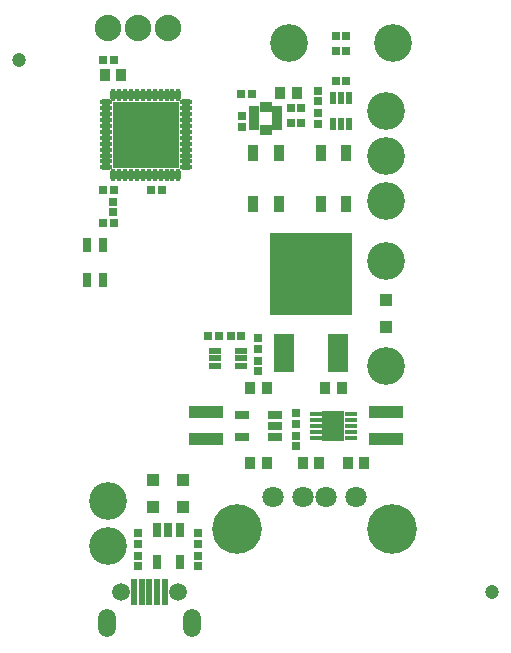
<source format=gts>
G04*
G04 #@! TF.GenerationSoftware,Altium Limited,CircuitStudio,1.5.2 (30)*
G04*
G04 Layer_Color=2238352*
%FSLAX25Y25*%
%MOIN*%
G70*
G01*
G75*
%ADD42C,0.02400*%
%ADD53R,0.03359X0.05524*%
%ADD54R,0.03556X0.04343*%
%ADD55R,0.02572X0.02965*%
%ADD56R,0.02965X0.02572*%
%ADD57R,0.04343X0.03950*%
%ADD58R,0.11430X0.03950*%
%ADD59R,0.27178X0.27178*%
%ADD60R,0.07099X0.12611*%
%ADD61O,0.01784X0.04343*%
%ADD62O,0.04343X0.01784*%
%ADD63R,0.22060X0.22060*%
%ADD64R,0.04147X0.02178*%
%ADD65R,0.02178X0.04147*%
%ADD66R,0.03162X0.04737*%
%ADD67R,0.04737X0.03162*%
%ADD68R,0.07296X0.10249*%
%ADD69R,0.04343X0.01784*%
%ADD70R,0.03162X0.04737*%
%ADD71R,0.03300X0.02150*%
%ADD72R,0.02150X0.03300*%
%ADD73R,0.02375X0.08674*%
%ADD74C,0.12611*%
%ADD75C,0.08832*%
%ADD76C,0.16548*%
%ADD77C,0.07099*%
%ADD78C,0.03200*%
%ADD79O,0.05918X0.09461*%
%ADD80C,0.05918*%
%ADD81C,0.04737*%
D42*
X15000Y179500D02*
D03*
D53*
X66732Y165965D02*
D03*
Y149035D02*
D03*
X58268D02*
D03*
Y165965D02*
D03*
X80768Y149035D02*
D03*
Y165965D02*
D03*
X89232D02*
D03*
Y149035D02*
D03*
D54*
X14256Y192000D02*
D03*
X8744D02*
D03*
X72756Y186000D02*
D03*
X67244D02*
D03*
X57244Y62500D02*
D03*
X62756D02*
D03*
X62756Y87500D02*
D03*
X57244D02*
D03*
X82244Y87500D02*
D03*
X87756D02*
D03*
X74744Y62500D02*
D03*
X80256D02*
D03*
X95256Y62500D02*
D03*
X89744D02*
D03*
D55*
X11772Y197000D02*
D03*
X8228D02*
D03*
X8228Y142500D02*
D03*
X11772D02*
D03*
X8228Y153500D02*
D03*
X11772D02*
D03*
X74272Y181000D02*
D03*
X70728D02*
D03*
X74272Y176000D02*
D03*
X70728D02*
D03*
X89272Y200000D02*
D03*
X85728D02*
D03*
X50728Y105000D02*
D03*
X54272D02*
D03*
X46772D02*
D03*
X43228D02*
D03*
X27772Y153500D02*
D03*
X24228D02*
D03*
X54228Y185500D02*
D03*
X57772D02*
D03*
X85728Y205000D02*
D03*
X89272D02*
D03*
X89272Y190000D02*
D03*
X85728D02*
D03*
D56*
X80000Y183228D02*
D03*
Y186772D02*
D03*
Y179272D02*
D03*
Y175728D02*
D03*
X72500Y68228D02*
D03*
Y71772D02*
D03*
X11500Y146228D02*
D03*
Y149772D02*
D03*
X54500Y174728D02*
D03*
Y178272D02*
D03*
X60000Y104272D02*
D03*
Y100728D02*
D03*
Y93228D02*
D03*
Y96772D02*
D03*
X40000Y39272D02*
D03*
Y35728D02*
D03*
Y31772D02*
D03*
Y28228D02*
D03*
X72500Y75728D02*
D03*
Y79272D02*
D03*
X20000Y31772D02*
D03*
Y28228D02*
D03*
Y35728D02*
D03*
Y39272D02*
D03*
D57*
X102500Y107972D02*
D03*
Y117028D02*
D03*
X35000Y57028D02*
D03*
Y47972D02*
D03*
X25000Y57028D02*
D03*
Y47972D02*
D03*
D58*
X42500Y79528D02*
D03*
Y70472D02*
D03*
X102500D02*
D03*
Y79528D02*
D03*
D59*
X77500Y125591D02*
D03*
D60*
X86555Y99410D02*
D03*
X68445D02*
D03*
D61*
X11673Y158614D02*
D03*
X13642D02*
D03*
X15610D02*
D03*
X17579D02*
D03*
X19547D02*
D03*
X21516D02*
D03*
X23484D02*
D03*
X25453D02*
D03*
X27421D02*
D03*
X29390D02*
D03*
X31358D02*
D03*
X33327D02*
D03*
Y185386D02*
D03*
X31358D02*
D03*
X29390D02*
D03*
X27421D02*
D03*
X25453D02*
D03*
X23484D02*
D03*
X21516D02*
D03*
X19547D02*
D03*
X17579D02*
D03*
X15610D02*
D03*
X13642D02*
D03*
X11673D02*
D03*
D62*
X35886Y161173D02*
D03*
Y163142D02*
D03*
Y165110D02*
D03*
Y167079D02*
D03*
Y169047D02*
D03*
Y171016D02*
D03*
Y172984D02*
D03*
Y174953D02*
D03*
Y176921D02*
D03*
Y178890D02*
D03*
Y180858D02*
D03*
Y182827D02*
D03*
X9114D02*
D03*
Y180858D02*
D03*
Y178890D02*
D03*
Y176921D02*
D03*
Y174953D02*
D03*
Y172984D02*
D03*
Y171016D02*
D03*
Y169047D02*
D03*
Y167079D02*
D03*
Y165110D02*
D03*
Y163142D02*
D03*
Y161173D02*
D03*
D63*
X22500Y172000D02*
D03*
D64*
X45669Y100059D02*
D03*
Y97500D02*
D03*
Y94941D02*
D03*
X54331Y100059D02*
D03*
Y97500D02*
D03*
Y94941D02*
D03*
D65*
X84941Y175669D02*
D03*
X87500D02*
D03*
X90059D02*
D03*
X84941Y184331D02*
D03*
X87500D02*
D03*
X90059D02*
D03*
D66*
X33740Y29587D02*
D03*
X26260D02*
D03*
Y40413D02*
D03*
X30000D02*
D03*
X33740D02*
D03*
D67*
X54587Y71260D02*
D03*
Y78740D02*
D03*
X65413D02*
D03*
Y75000D02*
D03*
Y71260D02*
D03*
D68*
X85000Y75000D02*
D03*
D69*
X79094Y78937D02*
D03*
Y76968D02*
D03*
Y75000D02*
D03*
Y73032D02*
D03*
Y71063D02*
D03*
X90905Y78937D02*
D03*
Y76968D02*
D03*
Y75000D02*
D03*
Y73032D02*
D03*
Y71063D02*
D03*
D70*
X8059Y135406D02*
D03*
Y123594D02*
D03*
X2941D02*
D03*
Y135406D02*
D03*
D71*
X58700Y180453D02*
D03*
Y178484D02*
D03*
Y176516D02*
D03*
Y174547D02*
D03*
X66300D02*
D03*
Y176516D02*
D03*
Y178484D02*
D03*
Y180453D02*
D03*
D72*
X61516Y173700D02*
D03*
X63484D02*
D03*
Y181300D02*
D03*
X61516D02*
D03*
D73*
X18504Y19685D02*
D03*
X21063D02*
D03*
X23622D02*
D03*
X26181D02*
D03*
X28740D02*
D03*
D74*
X10000Y35000D02*
D03*
Y50000D02*
D03*
X102500Y95000D02*
D03*
Y130000D02*
D03*
Y150000D02*
D03*
Y165000D02*
D03*
Y180000D02*
D03*
X70177Y202500D02*
D03*
X104823D02*
D03*
D75*
X30000Y207500D02*
D03*
X20000D02*
D03*
X10000D02*
D03*
D76*
X104606Y40512D02*
D03*
X52874D02*
D03*
D77*
X92520Y51181D02*
D03*
X82677D02*
D03*
X74803D02*
D03*
X64961D02*
D03*
D78*
X22500Y172000D02*
D03*
Y164500D02*
D03*
X15000Y172000D02*
D03*
X22500Y179500D02*
D03*
X30000Y172000D02*
D03*
Y164500D02*
D03*
Y179500D02*
D03*
X15000Y164500D02*
D03*
D79*
X37795Y9205D02*
D03*
X9449D02*
D03*
D80*
X33169Y19716D02*
D03*
X14075D02*
D03*
D81*
X-19685Y196850D02*
D03*
X137795Y19685D02*
D03*
M02*

</source>
